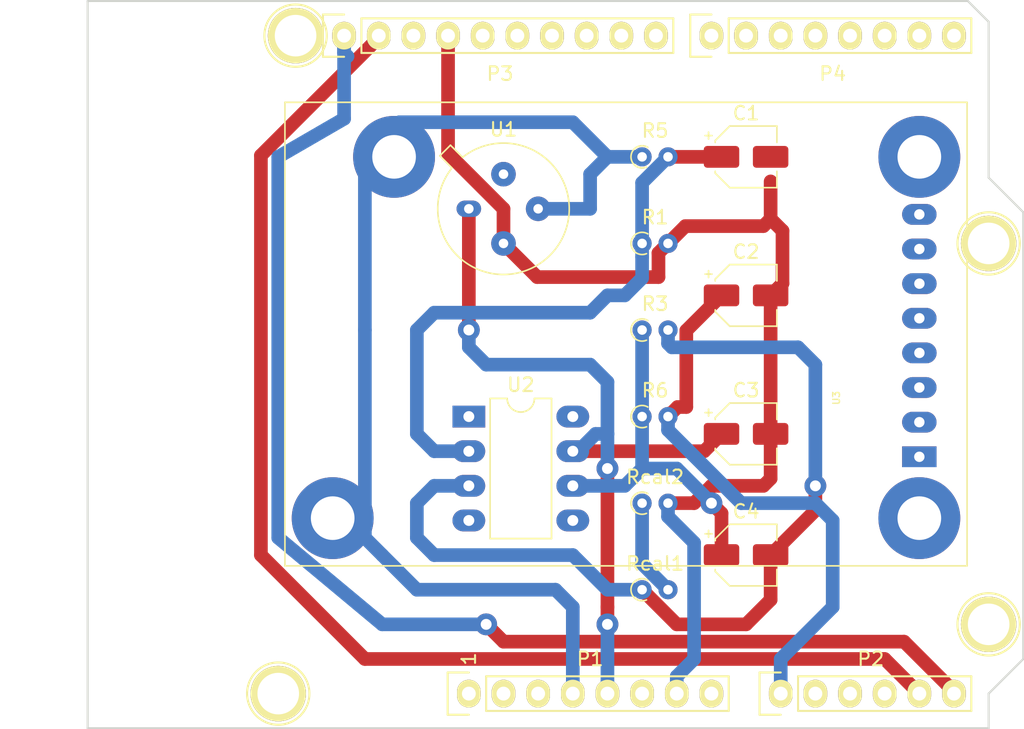
<source format=kicad_pcb>
(kicad_pcb (version 20171130) (host pcbnew 5.1.4-e60b266~84~ubuntu18.04.1)

  (general
    (thickness 1.6)
    (drawings 27)
    (tracks 129)
    (zones 0)
    (modules 21)
    (nets 45)
  )

  (page A4)
  (title_block
    (date "lun. 30 mars 2015")
  )

  (layers
    (0 F.Cu signal)
    (31 B.Cu signal)
    (32 B.Adhes user)
    (33 F.Adhes user)
    (34 B.Paste user)
    (35 F.Paste user)
    (36 B.SilkS user)
    (37 F.SilkS user)
    (38 B.Mask user)
    (39 F.Mask user)
    (40 Dwgs.User user)
    (41 Cmts.User user)
    (42 Eco1.User user)
    (43 Eco2.User user)
    (44 Edge.Cuts user)
    (45 Margin user)
    (46 B.CrtYd user)
    (47 F.CrtYd user)
    (48 B.Fab user)
    (49 F.Fab user)
  )

  (setup
    (last_trace_width 0.25)
    (trace_clearance 0.2)
    (zone_clearance 0.508)
    (zone_45_only no)
    (trace_min 0.2)
    (via_size 0.6)
    (via_drill 0.4)
    (via_min_size 0.4)
    (via_min_drill 0.3)
    (uvia_size 0.3)
    (uvia_drill 0.1)
    (uvias_allowed no)
    (uvia_min_size 0.2)
    (uvia_min_drill 0.1)
    (edge_width 0.15)
    (segment_width 0.15)
    (pcb_text_width 0.3)
    (pcb_text_size 1.5 1.5)
    (mod_edge_width 0.15)
    (mod_text_size 1 1)
    (mod_text_width 0.15)
    (pad_size 4.064 4.064)
    (pad_drill 3.048)
    (pad_to_mask_clearance 0)
    (aux_axis_origin 110.998 126.365)
    (grid_origin 110.998 126.365)
    (visible_elements FFFFF77F)
    (pcbplotparams
      (layerselection 0x00030_80000001)
      (usegerberextensions false)
      (usegerberattributes false)
      (usegerberadvancedattributes false)
      (creategerberjobfile false)
      (excludeedgelayer true)
      (linewidth 0.100000)
      (plotframeref false)
      (viasonmask false)
      (mode 1)
      (useauxorigin false)
      (hpglpennumber 1)
      (hpglpenspeed 20)
      (hpglpendiameter 15.000000)
      (psnegative false)
      (psa4output false)
      (plotreference true)
      (plotvalue true)
      (plotinvisibletext false)
      (padsonsilk false)
      (subtractmaskfromsilk false)
      (outputformat 1)
      (mirror false)
      (drillshape 1)
      (scaleselection 1)
      (outputdirectory ""))
  )

  (net 0 "")
  (net 1 /IOREF)
  (net 2 /Reset)
  (net 3 +5V)
  (net 4 /Vin)
  (net 5 /A0)
  (net 6 /A1)
  (net 7 /A2)
  (net 8 /A3)
  (net 9 /AREF)
  (net 10 "/A4(SDA)")
  (net 11 "/A5(SCL)")
  (net 12 "/9(**)")
  (net 13 /8)
  (net 14 /7)
  (net 15 "/6(**)")
  (net 16 "/5(**)")
  (net 17 /4)
  (net 18 "/3(**)")
  (net 19 /2)
  (net 20 "/1(Tx)")
  (net 21 "/0(Rx)")
  (net 22 "Net-(P5-Pad1)")
  (net 23 "Net-(P6-Pad1)")
  (net 24 "Net-(P7-Pad1)")
  (net 25 "Net-(P8-Pad1)")
  (net 26 "/13(SCK)")
  (net 27 "/10(**/SS)")
  (net 28 "Net-(P1-Pad1)")
  (net 29 +3V3)
  (net 30 "/12(MISO)")
  (net 31 "/11(**/MOSI)")
  (net 32 Earth)
  (net 33 "Net-(C1-Pad1)")
  (net 34 "Net-(C4-Pad1)")
  (net 35 "Net-(C4-Pad2)")
  (net 36 "Net-(Rcal1-Pad2)")
  (net 37 "Net-(U1-Pad4)")
  (net 38 "Net-(U2-Pad1)")
  (net 39 "Net-(U2-Pad5)")
  (net 40 "Net-(U2-Pad4)")
  (net 41 "Net-(U2-Pad8)")
  (net 42 "Net-(U3-Pad3)")
  (net 43 "Net-(U3-Pad4)")
  (net 44 "Net-(U3-Pad7)")

  (net_class Default "This is the default net class."
    (clearance 0.2)
    (trace_width 0.25)
    (via_dia 0.6)
    (via_drill 0.4)
    (uvia_dia 0.3)
    (uvia_drill 0.1)
    (add_net +3V3)
    (add_net +5V)
    (add_net "/0(Rx)")
    (add_net "/1(Tx)")
    (add_net "/10(**/SS)")
    (add_net "/11(**/MOSI)")
    (add_net "/12(MISO)")
    (add_net "/13(SCK)")
    (add_net /2)
    (add_net "/3(**)")
    (add_net /4)
    (add_net "/5(**)")
    (add_net "/6(**)")
    (add_net /7)
    (add_net /8)
    (add_net "/9(**)")
    (add_net /A0)
    (add_net /A1)
    (add_net /A2)
    (add_net /A3)
    (add_net "/A4(SDA)")
    (add_net "/A5(SCL)")
    (add_net /AREF)
    (add_net /IOREF)
    (add_net /Reset)
    (add_net /Vin)
    (add_net Earth)
    (add_net "Net-(C1-Pad1)")
    (add_net "Net-(C4-Pad1)")
    (add_net "Net-(C4-Pad2)")
    (add_net "Net-(P1-Pad1)")
    (add_net "Net-(P5-Pad1)")
    (add_net "Net-(P6-Pad1)")
    (add_net "Net-(P7-Pad1)")
    (add_net "Net-(P8-Pad1)")
    (add_net "Net-(Rcal1-Pad2)")
    (add_net "Net-(U1-Pad4)")
    (add_net "Net-(U2-Pad1)")
    (add_net "Net-(U2-Pad4)")
    (add_net "Net-(U2-Pad5)")
    (add_net "Net-(U2-Pad8)")
    (add_net "Net-(U3-Pad3)")
    (add_net "Net-(U3-Pad4)")
    (add_net "Net-(U3-Pad7)")
  )

  (module Socket_Arduino_Uno:Socket_Strip_Arduino_1x08 locked (layer F.Cu) (tedit 552168D2) (tstamp 551AF9EA)
    (at 138.938 123.825)
    (descr "Through hole socket strip")
    (tags "socket strip")
    (path /56D70129)
    (fp_text reference P1 (at 8.89 -2.54) (layer F.SilkS)
      (effects (font (size 1 1) (thickness 0.15)))
    )
    (fp_text value Power (at 8.89 -4.064) (layer F.Fab)
      (effects (font (size 1 1) (thickness 0.15)))
    )
    (fp_line (start -1.75 -1.75) (end -1.75 1.75) (layer F.CrtYd) (width 0.05))
    (fp_line (start 19.55 -1.75) (end 19.55 1.75) (layer F.CrtYd) (width 0.05))
    (fp_line (start -1.75 -1.75) (end 19.55 -1.75) (layer F.CrtYd) (width 0.05))
    (fp_line (start -1.75 1.75) (end 19.55 1.75) (layer F.CrtYd) (width 0.05))
    (fp_line (start 1.27 1.27) (end 19.05 1.27) (layer F.SilkS) (width 0.15))
    (fp_line (start 19.05 1.27) (end 19.05 -1.27) (layer F.SilkS) (width 0.15))
    (fp_line (start 19.05 -1.27) (end 1.27 -1.27) (layer F.SilkS) (width 0.15))
    (fp_line (start -1.55 1.55) (end 0 1.55) (layer F.SilkS) (width 0.15))
    (fp_line (start 1.27 1.27) (end 1.27 -1.27) (layer F.SilkS) (width 0.15))
    (fp_line (start 0 -1.55) (end -1.55 -1.55) (layer F.SilkS) (width 0.15))
    (fp_line (start -1.55 -1.55) (end -1.55 1.55) (layer F.SilkS) (width 0.15))
    (pad 1 thru_hole oval (at 0 0) (size 1.7272 2.032) (drill 1.016) (layers *.Cu *.Mask F.SilkS)
      (net 28 "Net-(P1-Pad1)"))
    (pad 2 thru_hole oval (at 2.54 0) (size 1.7272 2.032) (drill 1.016) (layers *.Cu *.Mask F.SilkS)
      (net 1 /IOREF))
    (pad 3 thru_hole oval (at 5.08 0) (size 1.7272 2.032) (drill 1.016) (layers *.Cu *.Mask F.SilkS)
      (net 2 /Reset))
    (pad 4 thru_hole oval (at 7.62 0) (size 1.7272 2.032) (drill 1.016) (layers *.Cu *.Mask F.SilkS)
      (net 29 +3V3))
    (pad 5 thru_hole oval (at 10.16 0) (size 1.7272 2.032) (drill 1.016) (layers *.Cu *.Mask F.SilkS)
      (net 3 +5V))
    (pad 6 thru_hole oval (at 12.7 0) (size 1.7272 2.032) (drill 1.016) (layers *.Cu *.Mask F.SilkS)
      (net 32 Earth))
    (pad 7 thru_hole oval (at 15.24 0) (size 1.7272 2.032) (drill 1.016) (layers *.Cu *.Mask F.SilkS)
      (net 32 Earth))
    (pad 8 thru_hole oval (at 17.78 0) (size 1.7272 2.032) (drill 1.016) (layers *.Cu *.Mask F.SilkS)
      (net 4 /Vin))
    (model ${KIPRJMOD}/Socket_Arduino_Uno.3dshapes/Socket_header_Arduino_1x08.wrl
      (offset (xyz 8.889999866485596 0 0))
      (scale (xyz 1 1 1))
      (rotate (xyz 0 0 180))
    )
  )

  (module Socket_Arduino_Uno:Socket_Strip_Arduino_1x06 locked (layer F.Cu) (tedit 552168D6) (tstamp 551AF9FF)
    (at 161.798 123.825)
    (descr "Through hole socket strip")
    (tags "socket strip")
    (path /56D70DD8)
    (fp_text reference P2 (at 6.604 -2.54) (layer F.SilkS)
      (effects (font (size 1 1) (thickness 0.15)))
    )
    (fp_text value Analog (at 6.604 -4.064) (layer F.Fab)
      (effects (font (size 1 1) (thickness 0.15)))
    )
    (fp_line (start -1.75 -1.75) (end -1.75 1.75) (layer F.CrtYd) (width 0.05))
    (fp_line (start 14.45 -1.75) (end 14.45 1.75) (layer F.CrtYd) (width 0.05))
    (fp_line (start -1.75 -1.75) (end 14.45 -1.75) (layer F.CrtYd) (width 0.05))
    (fp_line (start -1.75 1.75) (end 14.45 1.75) (layer F.CrtYd) (width 0.05))
    (fp_line (start 1.27 1.27) (end 13.97 1.27) (layer F.SilkS) (width 0.15))
    (fp_line (start 13.97 1.27) (end 13.97 -1.27) (layer F.SilkS) (width 0.15))
    (fp_line (start 13.97 -1.27) (end 1.27 -1.27) (layer F.SilkS) (width 0.15))
    (fp_line (start -1.55 1.55) (end 0 1.55) (layer F.SilkS) (width 0.15))
    (fp_line (start 1.27 1.27) (end 1.27 -1.27) (layer F.SilkS) (width 0.15))
    (fp_line (start 0 -1.55) (end -1.55 -1.55) (layer F.SilkS) (width 0.15))
    (fp_line (start -1.55 -1.55) (end -1.55 1.55) (layer F.SilkS) (width 0.15))
    (pad 1 thru_hole oval (at 0 0) (size 1.7272 2.032) (drill 1.016) (layers *.Cu *.Mask F.SilkS)
      (net 5 /A0))
    (pad 2 thru_hole oval (at 2.54 0) (size 1.7272 2.032) (drill 1.016) (layers *.Cu *.Mask F.SilkS)
      (net 6 /A1))
    (pad 3 thru_hole oval (at 5.08 0) (size 1.7272 2.032) (drill 1.016) (layers *.Cu *.Mask F.SilkS)
      (net 7 /A2))
    (pad 4 thru_hole oval (at 7.62 0) (size 1.7272 2.032) (drill 1.016) (layers *.Cu *.Mask F.SilkS)
      (net 8 /A3))
    (pad 5 thru_hole oval (at 10.16 0) (size 1.7272 2.032) (drill 1.016) (layers *.Cu *.Mask F.SilkS)
      (net 10 "/A4(SDA)"))
    (pad 6 thru_hole oval (at 12.7 0) (size 1.7272 2.032) (drill 1.016) (layers *.Cu *.Mask F.SilkS)
      (net 11 "/A5(SCL)"))
    (model ${KIPRJMOD}/Socket_Arduino_Uno.3dshapes/Socket_header_Arduino_1x06.wrl
      (offset (xyz 6.349999904632568 0 0))
      (scale (xyz 1 1 1))
      (rotate (xyz 0 0 180))
    )
  )

  (module Socket_Arduino_Uno:Socket_Strip_Arduino_1x10 locked (layer F.Cu) (tedit 552168BF) (tstamp 551AFA18)
    (at 129.794 75.565)
    (descr "Through hole socket strip")
    (tags "socket strip")
    (path /56D721E0)
    (fp_text reference P3 (at 11.43 2.794) (layer F.SilkS)
      (effects (font (size 1 1) (thickness 0.15)))
    )
    (fp_text value Digital (at 11.43 4.318) (layer F.Fab)
      (effects (font (size 1 1) (thickness 0.15)))
    )
    (fp_line (start -1.75 -1.75) (end -1.75 1.75) (layer F.CrtYd) (width 0.05))
    (fp_line (start 24.65 -1.75) (end 24.65 1.75) (layer F.CrtYd) (width 0.05))
    (fp_line (start -1.75 -1.75) (end 24.65 -1.75) (layer F.CrtYd) (width 0.05))
    (fp_line (start -1.75 1.75) (end 24.65 1.75) (layer F.CrtYd) (width 0.05))
    (fp_line (start 1.27 1.27) (end 24.13 1.27) (layer F.SilkS) (width 0.15))
    (fp_line (start 24.13 1.27) (end 24.13 -1.27) (layer F.SilkS) (width 0.15))
    (fp_line (start 24.13 -1.27) (end 1.27 -1.27) (layer F.SilkS) (width 0.15))
    (fp_line (start -1.55 1.55) (end 0 1.55) (layer F.SilkS) (width 0.15))
    (fp_line (start 1.27 1.27) (end 1.27 -1.27) (layer F.SilkS) (width 0.15))
    (fp_line (start 0 -1.55) (end -1.55 -1.55) (layer F.SilkS) (width 0.15))
    (fp_line (start -1.55 -1.55) (end -1.55 1.55) (layer F.SilkS) (width 0.15))
    (pad 1 thru_hole oval (at 0 0) (size 1.7272 2.032) (drill 1.016) (layers *.Cu *.Mask F.SilkS)
      (net 11 "/A5(SCL)"))
    (pad 2 thru_hole oval (at 2.54 0) (size 1.7272 2.032) (drill 1.016) (layers *.Cu *.Mask F.SilkS)
      (net 10 "/A4(SDA)"))
    (pad 3 thru_hole oval (at 5.08 0) (size 1.7272 2.032) (drill 1.016) (layers *.Cu *.Mask F.SilkS)
      (net 9 /AREF))
    (pad 4 thru_hole oval (at 7.62 0) (size 1.7272 2.032) (drill 1.016) (layers *.Cu *.Mask F.SilkS)
      (net 32 Earth))
    (pad 5 thru_hole oval (at 10.16 0) (size 1.7272 2.032) (drill 1.016) (layers *.Cu *.Mask F.SilkS)
      (net 26 "/13(SCK)"))
    (pad 6 thru_hole oval (at 12.7 0) (size 1.7272 2.032) (drill 1.016) (layers *.Cu *.Mask F.SilkS)
      (net 30 "/12(MISO)"))
    (pad 7 thru_hole oval (at 15.24 0) (size 1.7272 2.032) (drill 1.016) (layers *.Cu *.Mask F.SilkS)
      (net 31 "/11(**/MOSI)"))
    (pad 8 thru_hole oval (at 17.78 0) (size 1.7272 2.032) (drill 1.016) (layers *.Cu *.Mask F.SilkS)
      (net 27 "/10(**/SS)"))
    (pad 9 thru_hole oval (at 20.32 0) (size 1.7272 2.032) (drill 1.016) (layers *.Cu *.Mask F.SilkS)
      (net 12 "/9(**)"))
    (pad 10 thru_hole oval (at 22.86 0) (size 1.7272 2.032) (drill 1.016) (layers *.Cu *.Mask F.SilkS)
      (net 13 /8))
    (model ${KIPRJMOD}/Socket_Arduino_Uno.3dshapes/Socket_header_Arduino_1x10.wrl
      (offset (xyz 11.42999982833862 0 0))
      (scale (xyz 1 1 1))
      (rotate (xyz 0 0 180))
    )
  )

  (module Socket_Arduino_Uno:Socket_Strip_Arduino_1x08 locked (layer F.Cu) (tedit 552168C7) (tstamp 551AFA2F)
    (at 156.718 75.565)
    (descr "Through hole socket strip")
    (tags "socket strip")
    (path /56D7164F)
    (fp_text reference P4 (at 8.89 2.794) (layer F.SilkS)
      (effects (font (size 1 1) (thickness 0.15)))
    )
    (fp_text value Digital (at 8.89 4.318) (layer F.Fab)
      (effects (font (size 1 1) (thickness 0.15)))
    )
    (fp_line (start -1.75 -1.75) (end -1.75 1.75) (layer F.CrtYd) (width 0.05))
    (fp_line (start 19.55 -1.75) (end 19.55 1.75) (layer F.CrtYd) (width 0.05))
    (fp_line (start -1.75 -1.75) (end 19.55 -1.75) (layer F.CrtYd) (width 0.05))
    (fp_line (start -1.75 1.75) (end 19.55 1.75) (layer F.CrtYd) (width 0.05))
    (fp_line (start 1.27 1.27) (end 19.05 1.27) (layer F.SilkS) (width 0.15))
    (fp_line (start 19.05 1.27) (end 19.05 -1.27) (layer F.SilkS) (width 0.15))
    (fp_line (start 19.05 -1.27) (end 1.27 -1.27) (layer F.SilkS) (width 0.15))
    (fp_line (start -1.55 1.55) (end 0 1.55) (layer F.SilkS) (width 0.15))
    (fp_line (start 1.27 1.27) (end 1.27 -1.27) (layer F.SilkS) (width 0.15))
    (fp_line (start 0 -1.55) (end -1.55 -1.55) (layer F.SilkS) (width 0.15))
    (fp_line (start -1.55 -1.55) (end -1.55 1.55) (layer F.SilkS) (width 0.15))
    (pad 1 thru_hole oval (at 0 0) (size 1.7272 2.032) (drill 1.016) (layers *.Cu *.Mask F.SilkS)
      (net 14 /7))
    (pad 2 thru_hole oval (at 2.54 0) (size 1.7272 2.032) (drill 1.016) (layers *.Cu *.Mask F.SilkS)
      (net 15 "/6(**)"))
    (pad 3 thru_hole oval (at 5.08 0) (size 1.7272 2.032) (drill 1.016) (layers *.Cu *.Mask F.SilkS)
      (net 16 "/5(**)"))
    (pad 4 thru_hole oval (at 7.62 0) (size 1.7272 2.032) (drill 1.016) (layers *.Cu *.Mask F.SilkS)
      (net 17 /4))
    (pad 5 thru_hole oval (at 10.16 0) (size 1.7272 2.032) (drill 1.016) (layers *.Cu *.Mask F.SilkS)
      (net 18 "/3(**)"))
    (pad 6 thru_hole oval (at 12.7 0) (size 1.7272 2.032) (drill 1.016) (layers *.Cu *.Mask F.SilkS)
      (net 19 /2))
    (pad 7 thru_hole oval (at 15.24 0) (size 1.7272 2.032) (drill 1.016) (layers *.Cu *.Mask F.SilkS)
      (net 20 "/1(Tx)"))
    (pad 8 thru_hole oval (at 17.78 0) (size 1.7272 2.032) (drill 1.016) (layers *.Cu *.Mask F.SilkS)
      (net 21 "/0(Rx)"))
    (model ${KIPRJMOD}/Socket_Arduino_Uno.3dshapes/Socket_header_Arduino_1x08.wrl
      (offset (xyz 8.889999866485596 0 0))
      (scale (xyz 1 1 1))
      (rotate (xyz 0 0 180))
    )
  )

  (module Socket_Arduino_Uno:Arduino_1pin locked (layer F.Cu) (tedit 5524FC39) (tstamp 5524FC3F)
    (at 124.968 123.825)
    (descr "module 1 pin (ou trou mecanique de percage)")
    (tags DEV)
    (path /56D71177)
    (fp_text reference P5 (at 0 -3.048) (layer F.SilkS) hide
      (effects (font (size 1 1) (thickness 0.15)))
    )
    (fp_text value CONN_01X01 (at 0 2.794) (layer F.Fab) hide
      (effects (font (size 1 1) (thickness 0.15)))
    )
    (fp_circle (center 0 0) (end 0 -2.286) (layer F.SilkS) (width 0.15))
    (pad 1 thru_hole circle (at 0 0) (size 4.064 4.064) (drill 3.048) (layers *.Cu *.Mask F.SilkS)
      (net 22 "Net-(P5-Pad1)"))
  )

  (module Socket_Arduino_Uno:Arduino_1pin locked (layer F.Cu) (tedit 5524FC4A) (tstamp 5524FC44)
    (at 177.038 118.745)
    (descr "module 1 pin (ou trou mecanique de percage)")
    (tags DEV)
    (path /56D71274)
    (fp_text reference P6 (at 0 -3.048) (layer F.SilkS) hide
      (effects (font (size 1 1) (thickness 0.15)))
    )
    (fp_text value CONN_01X01 (at 0 2.794) (layer F.Fab) hide
      (effects (font (size 1 1) (thickness 0.15)))
    )
    (fp_circle (center 0 0) (end 0 -2.286) (layer F.SilkS) (width 0.15))
    (pad 1 thru_hole circle (at 0 0) (size 4.064 4.064) (drill 3.048) (layers *.Cu *.Mask F.SilkS)
      (net 23 "Net-(P6-Pad1)"))
  )

  (module Socket_Arduino_Uno:Arduino_1pin locked (layer F.Cu) (tedit 5524FC2F) (tstamp 5524FC49)
    (at 126.238 75.565)
    (descr "module 1 pin (ou trou mecanique de percage)")
    (tags DEV)
    (path /56D712A8)
    (fp_text reference P7 (at 0 -3.048) (layer F.SilkS) hide
      (effects (font (size 1 1) (thickness 0.15)))
    )
    (fp_text value CONN_01X01 (at 0 2.794) (layer F.Fab) hide
      (effects (font (size 1 1) (thickness 0.15)))
    )
    (fp_circle (center 0 0) (end 0 -2.286) (layer F.SilkS) (width 0.15))
    (pad 1 thru_hole circle (at 0 0) (size 4.064 4.064) (drill 3.048) (layers *.Cu *.Mask F.SilkS)
      (net 24 "Net-(P7-Pad1)"))
  )

  (module Socket_Arduino_Uno:Arduino_1pin locked (layer F.Cu) (tedit 5524FC41) (tstamp 5524FC4E)
    (at 177.038 90.805)
    (descr "module 1 pin (ou trou mecanique de percage)")
    (tags DEV)
    (path /56D712DB)
    (fp_text reference P8 (at 0 -3.048) (layer F.SilkS) hide
      (effects (font (size 1 1) (thickness 0.15)))
    )
    (fp_text value CONN_01X01 (at 0 2.794) (layer F.Fab) hide
      (effects (font (size 1 1) (thickness 0.15)))
    )
    (fp_circle (center 0 0) (end 0 -2.286) (layer F.SilkS) (width 0.15))
    (pad 1 thru_hole circle (at 0 0) (size 4.064 4.064) (drill 3.048) (layers *.Cu *.Mask F.SilkS)
      (net 25 "Net-(P8-Pad1)"))
  )

  (module Capacitor_SMD:CP_Elec_4x3 (layer F.Cu) (tedit 5BCA39CF) (tstamp 5DD80D7F)
    (at 159.258 84.455)
    (descr "SMD capacitor, aluminum electrolytic, Nichicon, 4.0x3mm")
    (tags "capacitor electrolytic")
    (path /5DD5E7DC)
    (attr smd)
    (fp_text reference C1 (at 0 -3.2) (layer F.SilkS)
      (effects (font (size 1 1) (thickness 0.15)))
    )
    (fp_text value 100n (at 0 3.2) (layer F.Fab)
      (effects (font (size 1 1) (thickness 0.15)))
    )
    (fp_text user %R (at 0 0) (layer F.Fab)
      (effects (font (size 0.8 0.8) (thickness 0.12)))
    )
    (fp_line (start -3.35 1.05) (end -2.4 1.05) (layer F.CrtYd) (width 0.05))
    (fp_line (start -3.35 -1.05) (end -3.35 1.05) (layer F.CrtYd) (width 0.05))
    (fp_line (start -2.4 -1.05) (end -3.35 -1.05) (layer F.CrtYd) (width 0.05))
    (fp_line (start -2.4 1.05) (end -2.4 1.25) (layer F.CrtYd) (width 0.05))
    (fp_line (start -2.4 -1.25) (end -2.4 -1.05) (layer F.CrtYd) (width 0.05))
    (fp_line (start -2.4 -1.25) (end -1.25 -2.4) (layer F.CrtYd) (width 0.05))
    (fp_line (start -2.4 1.25) (end -1.25 2.4) (layer F.CrtYd) (width 0.05))
    (fp_line (start -1.25 -2.4) (end 2.4 -2.4) (layer F.CrtYd) (width 0.05))
    (fp_line (start -1.25 2.4) (end 2.4 2.4) (layer F.CrtYd) (width 0.05))
    (fp_line (start 2.4 1.05) (end 2.4 2.4) (layer F.CrtYd) (width 0.05))
    (fp_line (start 3.35 1.05) (end 2.4 1.05) (layer F.CrtYd) (width 0.05))
    (fp_line (start 3.35 -1.05) (end 3.35 1.05) (layer F.CrtYd) (width 0.05))
    (fp_line (start 2.4 -1.05) (end 3.35 -1.05) (layer F.CrtYd) (width 0.05))
    (fp_line (start 2.4 -2.4) (end 2.4 -1.05) (layer F.CrtYd) (width 0.05))
    (fp_line (start -2.75 -1.81) (end -2.75 -1.31) (layer F.SilkS) (width 0.12))
    (fp_line (start -3 -1.56) (end -2.5 -1.56) (layer F.SilkS) (width 0.12))
    (fp_line (start -2.26 1.195563) (end -1.195563 2.26) (layer F.SilkS) (width 0.12))
    (fp_line (start -2.26 -1.195563) (end -1.195563 -2.26) (layer F.SilkS) (width 0.12))
    (fp_line (start -2.26 -1.195563) (end -2.26 -1.06) (layer F.SilkS) (width 0.12))
    (fp_line (start -2.26 1.195563) (end -2.26 1.06) (layer F.SilkS) (width 0.12))
    (fp_line (start -1.195563 2.26) (end 2.26 2.26) (layer F.SilkS) (width 0.12))
    (fp_line (start -1.195563 -2.26) (end 2.26 -2.26) (layer F.SilkS) (width 0.12))
    (fp_line (start 2.26 -2.26) (end 2.26 -1.06) (layer F.SilkS) (width 0.12))
    (fp_line (start 2.26 2.26) (end 2.26 1.06) (layer F.SilkS) (width 0.12))
    (fp_line (start -1.374773 -1.2) (end -1.374773 -0.8) (layer F.Fab) (width 0.1))
    (fp_line (start -1.574773 -1) (end -1.174773 -1) (layer F.Fab) (width 0.1))
    (fp_line (start -2.15 1.15) (end -1.15 2.15) (layer F.Fab) (width 0.1))
    (fp_line (start -2.15 -1.15) (end -1.15 -2.15) (layer F.Fab) (width 0.1))
    (fp_line (start -2.15 -1.15) (end -2.15 1.15) (layer F.Fab) (width 0.1))
    (fp_line (start -1.15 2.15) (end 2.15 2.15) (layer F.Fab) (width 0.1))
    (fp_line (start -1.15 -2.15) (end 2.15 -2.15) (layer F.Fab) (width 0.1))
    (fp_line (start 2.15 -2.15) (end 2.15 2.15) (layer F.Fab) (width 0.1))
    (fp_circle (center 0 0) (end 2 0) (layer F.Fab) (width 0.1))
    (pad 2 smd roundrect (at 1.8 0) (size 2.6 1.6) (layers F.Cu F.Paste F.Mask) (roundrect_rratio 0.15625)
      (net 32 Earth))
    (pad 1 smd roundrect (at -1.8 0) (size 2.6 1.6) (layers F.Cu F.Paste F.Mask) (roundrect_rratio 0.15625)
      (net 33 "Net-(C1-Pad1)"))
    (model ${KISYS3DMOD}/Capacitor_SMD.3dshapes/CP_Elec_4x3.wrl
      (at (xyz 0 0 0))
      (scale (xyz 1 1 1))
      (rotate (xyz 0 0 0))
    )
  )

  (module Capacitor_SMD:CP_Elec_4x3 (layer F.Cu) (tedit 5BCA39CF) (tstamp 5DD80DA7)
    (at 159.258 94.615)
    (descr "SMD capacitor, aluminum electrolytic, Nichicon, 4.0x3mm")
    (tags "capacitor electrolytic")
    (path /5DDDBC52)
    (attr smd)
    (fp_text reference C2 (at 0 -3.2) (layer F.SilkS)
      (effects (font (size 1 1) (thickness 0.15)))
    )
    (fp_text value 100n (at 0 3.2) (layer F.Fab)
      (effects (font (size 1 1) (thickness 0.15)))
    )
    (fp_circle (center 0 0) (end 2 0) (layer F.Fab) (width 0.1))
    (fp_line (start 2.15 -2.15) (end 2.15 2.15) (layer F.Fab) (width 0.1))
    (fp_line (start -1.15 -2.15) (end 2.15 -2.15) (layer F.Fab) (width 0.1))
    (fp_line (start -1.15 2.15) (end 2.15 2.15) (layer F.Fab) (width 0.1))
    (fp_line (start -2.15 -1.15) (end -2.15 1.15) (layer F.Fab) (width 0.1))
    (fp_line (start -2.15 -1.15) (end -1.15 -2.15) (layer F.Fab) (width 0.1))
    (fp_line (start -2.15 1.15) (end -1.15 2.15) (layer F.Fab) (width 0.1))
    (fp_line (start -1.574773 -1) (end -1.174773 -1) (layer F.Fab) (width 0.1))
    (fp_line (start -1.374773 -1.2) (end -1.374773 -0.8) (layer F.Fab) (width 0.1))
    (fp_line (start 2.26 2.26) (end 2.26 1.06) (layer F.SilkS) (width 0.12))
    (fp_line (start 2.26 -2.26) (end 2.26 -1.06) (layer F.SilkS) (width 0.12))
    (fp_line (start -1.195563 -2.26) (end 2.26 -2.26) (layer F.SilkS) (width 0.12))
    (fp_line (start -1.195563 2.26) (end 2.26 2.26) (layer F.SilkS) (width 0.12))
    (fp_line (start -2.26 1.195563) (end -2.26 1.06) (layer F.SilkS) (width 0.12))
    (fp_line (start -2.26 -1.195563) (end -2.26 -1.06) (layer F.SilkS) (width 0.12))
    (fp_line (start -2.26 -1.195563) (end -1.195563 -2.26) (layer F.SilkS) (width 0.12))
    (fp_line (start -2.26 1.195563) (end -1.195563 2.26) (layer F.SilkS) (width 0.12))
    (fp_line (start -3 -1.56) (end -2.5 -1.56) (layer F.SilkS) (width 0.12))
    (fp_line (start -2.75 -1.81) (end -2.75 -1.31) (layer F.SilkS) (width 0.12))
    (fp_line (start 2.4 -2.4) (end 2.4 -1.05) (layer F.CrtYd) (width 0.05))
    (fp_line (start 2.4 -1.05) (end 3.35 -1.05) (layer F.CrtYd) (width 0.05))
    (fp_line (start 3.35 -1.05) (end 3.35 1.05) (layer F.CrtYd) (width 0.05))
    (fp_line (start 3.35 1.05) (end 2.4 1.05) (layer F.CrtYd) (width 0.05))
    (fp_line (start 2.4 1.05) (end 2.4 2.4) (layer F.CrtYd) (width 0.05))
    (fp_line (start -1.25 2.4) (end 2.4 2.4) (layer F.CrtYd) (width 0.05))
    (fp_line (start -1.25 -2.4) (end 2.4 -2.4) (layer F.CrtYd) (width 0.05))
    (fp_line (start -2.4 1.25) (end -1.25 2.4) (layer F.CrtYd) (width 0.05))
    (fp_line (start -2.4 -1.25) (end -1.25 -2.4) (layer F.CrtYd) (width 0.05))
    (fp_line (start -2.4 -1.25) (end -2.4 -1.05) (layer F.CrtYd) (width 0.05))
    (fp_line (start -2.4 1.05) (end -2.4 1.25) (layer F.CrtYd) (width 0.05))
    (fp_line (start -2.4 -1.05) (end -3.35 -1.05) (layer F.CrtYd) (width 0.05))
    (fp_line (start -3.35 -1.05) (end -3.35 1.05) (layer F.CrtYd) (width 0.05))
    (fp_line (start -3.35 1.05) (end -2.4 1.05) (layer F.CrtYd) (width 0.05))
    (fp_text user %R (at 0 0) (layer F.Fab)
      (effects (font (size 0.8 0.8) (thickness 0.12)))
    )
    (pad 1 smd roundrect (at -1.8 0) (size 2.6 1.6) (layers F.Cu F.Paste F.Mask) (roundrect_rratio 0.15625)
      (net 5 /A0))
    (pad 2 smd roundrect (at 1.8 0) (size 2.6 1.6) (layers F.Cu F.Paste F.Mask) (roundrect_rratio 0.15625)
      (net 32 Earth))
    (model ${KISYS3DMOD}/Capacitor_SMD.3dshapes/CP_Elec_4x3.wrl
      (at (xyz 0 0 0))
      (scale (xyz 1 1 1))
      (rotate (xyz 0 0 0))
    )
  )

  (module Capacitor_SMD:CP_Elec_4x3 (layer F.Cu) (tedit 5BCA39CF) (tstamp 5DD80DCF)
    (at 159.258 104.775)
    (descr "SMD capacitor, aluminum electrolytic, Nichicon, 4.0x3mm")
    (tags "capacitor electrolytic")
    (path /5DDE3589)
    (attr smd)
    (fp_text reference C3 (at 0 -3.2) (layer F.SilkS)
      (effects (font (size 1 1) (thickness 0.15)))
    )
    (fp_text value 100n (at 0 3.2) (layer F.Fab)
      (effects (font (size 1 1) (thickness 0.15)))
    )
    (fp_text user %R (at 0 0) (layer F.Fab)
      (effects (font (size 0.8 0.8) (thickness 0.12)))
    )
    (fp_line (start -3.35 1.05) (end -2.4 1.05) (layer F.CrtYd) (width 0.05))
    (fp_line (start -3.35 -1.05) (end -3.35 1.05) (layer F.CrtYd) (width 0.05))
    (fp_line (start -2.4 -1.05) (end -3.35 -1.05) (layer F.CrtYd) (width 0.05))
    (fp_line (start -2.4 1.05) (end -2.4 1.25) (layer F.CrtYd) (width 0.05))
    (fp_line (start -2.4 -1.25) (end -2.4 -1.05) (layer F.CrtYd) (width 0.05))
    (fp_line (start -2.4 -1.25) (end -1.25 -2.4) (layer F.CrtYd) (width 0.05))
    (fp_line (start -2.4 1.25) (end -1.25 2.4) (layer F.CrtYd) (width 0.05))
    (fp_line (start -1.25 -2.4) (end 2.4 -2.4) (layer F.CrtYd) (width 0.05))
    (fp_line (start -1.25 2.4) (end 2.4 2.4) (layer F.CrtYd) (width 0.05))
    (fp_line (start 2.4 1.05) (end 2.4 2.4) (layer F.CrtYd) (width 0.05))
    (fp_line (start 3.35 1.05) (end 2.4 1.05) (layer F.CrtYd) (width 0.05))
    (fp_line (start 3.35 -1.05) (end 3.35 1.05) (layer F.CrtYd) (width 0.05))
    (fp_line (start 2.4 -1.05) (end 3.35 -1.05) (layer F.CrtYd) (width 0.05))
    (fp_line (start 2.4 -2.4) (end 2.4 -1.05) (layer F.CrtYd) (width 0.05))
    (fp_line (start -2.75 -1.81) (end -2.75 -1.31) (layer F.SilkS) (width 0.12))
    (fp_line (start -3 -1.56) (end -2.5 -1.56) (layer F.SilkS) (width 0.12))
    (fp_line (start -2.26 1.195563) (end -1.195563 2.26) (layer F.SilkS) (width 0.12))
    (fp_line (start -2.26 -1.195563) (end -1.195563 -2.26) (layer F.SilkS) (width 0.12))
    (fp_line (start -2.26 -1.195563) (end -2.26 -1.06) (layer F.SilkS) (width 0.12))
    (fp_line (start -2.26 1.195563) (end -2.26 1.06) (layer F.SilkS) (width 0.12))
    (fp_line (start -1.195563 2.26) (end 2.26 2.26) (layer F.SilkS) (width 0.12))
    (fp_line (start -1.195563 -2.26) (end 2.26 -2.26) (layer F.SilkS) (width 0.12))
    (fp_line (start 2.26 -2.26) (end 2.26 -1.06) (layer F.SilkS) (width 0.12))
    (fp_line (start 2.26 2.26) (end 2.26 1.06) (layer F.SilkS) (width 0.12))
    (fp_line (start -1.374773 -1.2) (end -1.374773 -0.8) (layer F.Fab) (width 0.1))
    (fp_line (start -1.574773 -1) (end -1.174773 -1) (layer F.Fab) (width 0.1))
    (fp_line (start -2.15 1.15) (end -1.15 2.15) (layer F.Fab) (width 0.1))
    (fp_line (start -2.15 -1.15) (end -1.15 -2.15) (layer F.Fab) (width 0.1))
    (fp_line (start -2.15 -1.15) (end -2.15 1.15) (layer F.Fab) (width 0.1))
    (fp_line (start -1.15 2.15) (end 2.15 2.15) (layer F.Fab) (width 0.1))
    (fp_line (start -1.15 -2.15) (end 2.15 -2.15) (layer F.Fab) (width 0.1))
    (fp_line (start 2.15 -2.15) (end 2.15 2.15) (layer F.Fab) (width 0.1))
    (fp_circle (center 0 0) (end 2 0) (layer F.Fab) (width 0.1))
    (pad 2 smd roundrect (at 1.8 0) (size 2.6 1.6) (layers F.Cu F.Paste F.Mask) (roundrect_rratio 0.15625)
      (net 32 Earth))
    (pad 1 smd roundrect (at -1.8 0) (size 2.6 1.6) (layers F.Cu F.Paste F.Mask) (roundrect_rratio 0.15625)
      (net 3 +5V))
    (model ${KISYS3DMOD}/Capacitor_SMD.3dshapes/CP_Elec_4x3.wrl
      (at (xyz 0 0 0))
      (scale (xyz 1 1 1))
      (rotate (xyz 0 0 0))
    )
  )

  (module Capacitor_SMD:CP_Elec_4x3 (layer F.Cu) (tedit 5BCA39CF) (tstamp 5DD80DF7)
    (at 159.258 113.665)
    (descr "SMD capacitor, aluminum electrolytic, Nichicon, 4.0x3mm")
    (tags "capacitor electrolytic")
    (path /5DDB00DD)
    (attr smd)
    (fp_text reference C4 (at 0 -3.2) (layer F.SilkS)
      (effects (font (size 1 1) (thickness 0.15)))
    )
    (fp_text value 1u (at 0 3.2) (layer F.Fab)
      (effects (font (size 1 1) (thickness 0.15)))
    )
    (fp_circle (center 0 0) (end 2 0) (layer F.Fab) (width 0.1))
    (fp_line (start 2.15 -2.15) (end 2.15 2.15) (layer F.Fab) (width 0.1))
    (fp_line (start -1.15 -2.15) (end 2.15 -2.15) (layer F.Fab) (width 0.1))
    (fp_line (start -1.15 2.15) (end 2.15 2.15) (layer F.Fab) (width 0.1))
    (fp_line (start -2.15 -1.15) (end -2.15 1.15) (layer F.Fab) (width 0.1))
    (fp_line (start -2.15 -1.15) (end -1.15 -2.15) (layer F.Fab) (width 0.1))
    (fp_line (start -2.15 1.15) (end -1.15 2.15) (layer F.Fab) (width 0.1))
    (fp_line (start -1.574773 -1) (end -1.174773 -1) (layer F.Fab) (width 0.1))
    (fp_line (start -1.374773 -1.2) (end -1.374773 -0.8) (layer F.Fab) (width 0.1))
    (fp_line (start 2.26 2.26) (end 2.26 1.06) (layer F.SilkS) (width 0.12))
    (fp_line (start 2.26 -2.26) (end 2.26 -1.06) (layer F.SilkS) (width 0.12))
    (fp_line (start -1.195563 -2.26) (end 2.26 -2.26) (layer F.SilkS) (width 0.12))
    (fp_line (start -1.195563 2.26) (end 2.26 2.26) (layer F.SilkS) (width 0.12))
    (fp_line (start -2.26 1.195563) (end -2.26 1.06) (layer F.SilkS) (width 0.12))
    (fp_line (start -2.26 -1.195563) (end -2.26 -1.06) (layer F.SilkS) (width 0.12))
    (fp_line (start -2.26 -1.195563) (end -1.195563 -2.26) (layer F.SilkS) (width 0.12))
    (fp_line (start -2.26 1.195563) (end -1.195563 2.26) (layer F.SilkS) (width 0.12))
    (fp_line (start -3 -1.56) (end -2.5 -1.56) (layer F.SilkS) (width 0.12))
    (fp_line (start -2.75 -1.81) (end -2.75 -1.31) (layer F.SilkS) (width 0.12))
    (fp_line (start 2.4 -2.4) (end 2.4 -1.05) (layer F.CrtYd) (width 0.05))
    (fp_line (start 2.4 -1.05) (end 3.35 -1.05) (layer F.CrtYd) (width 0.05))
    (fp_line (start 3.35 -1.05) (end 3.35 1.05) (layer F.CrtYd) (width 0.05))
    (fp_line (start 3.35 1.05) (end 2.4 1.05) (layer F.CrtYd) (width 0.05))
    (fp_line (start 2.4 1.05) (end 2.4 2.4) (layer F.CrtYd) (width 0.05))
    (fp_line (start -1.25 2.4) (end 2.4 2.4) (layer F.CrtYd) (width 0.05))
    (fp_line (start -1.25 -2.4) (end 2.4 -2.4) (layer F.CrtYd) (width 0.05))
    (fp_line (start -2.4 1.25) (end -1.25 2.4) (layer F.CrtYd) (width 0.05))
    (fp_line (start -2.4 -1.25) (end -1.25 -2.4) (layer F.CrtYd) (width 0.05))
    (fp_line (start -2.4 -1.25) (end -2.4 -1.05) (layer F.CrtYd) (width 0.05))
    (fp_line (start -2.4 1.05) (end -2.4 1.25) (layer F.CrtYd) (width 0.05))
    (fp_line (start -2.4 -1.05) (end -3.35 -1.05) (layer F.CrtYd) (width 0.05))
    (fp_line (start -3.35 -1.05) (end -3.35 1.05) (layer F.CrtYd) (width 0.05))
    (fp_line (start -3.35 1.05) (end -2.4 1.05) (layer F.CrtYd) (width 0.05))
    (fp_text user %R (at 0 0) (layer F.Fab)
      (effects (font (size 0.8 0.8) (thickness 0.12)))
    )
    (pad 1 smd roundrect (at -1.8 0) (size 2.6 1.6) (layers F.Cu F.Paste F.Mask) (roundrect_rratio 0.15625)
      (net 34 "Net-(C4-Pad1)"))
    (pad 2 smd roundrect (at 1.8 0) (size 2.6 1.6) (layers F.Cu F.Paste F.Mask) (roundrect_rratio 0.15625)
      (net 35 "Net-(C4-Pad2)"))
    (model ${KISYS3DMOD}/Capacitor_SMD.3dshapes/CP_Elec_4x3.wrl
      (at (xyz 0 0 0))
      (scale (xyz 1 1 1))
      (rotate (xyz 0 0 0))
    )
  )

  (module Resistor_THT:R_Axial_DIN0204_L3.6mm_D1.6mm_P1.90mm_Vertical (layer F.Cu) (tedit 5AE5139B) (tstamp 5DD80E05)
    (at 151.638 90.805)
    (descr "Resistor, Axial_DIN0204 series, Axial, Vertical, pin pitch=1.9mm, 0.167W, length*diameter=3.6*1.6mm^2, http://cdn-reichelt.de/documents/datenblatt/B400/1_4W%23YAG.pdf")
    (tags "Resistor Axial_DIN0204 series Axial Vertical pin pitch 1.9mm 0.167W length 3.6mm diameter 1.6mm")
    (path /5DD76ACB)
    (fp_text reference R1 (at 0.95 -1.92) (layer F.SilkS)
      (effects (font (size 1 1) (thickness 0.15)))
    )
    (fp_text value 100K (at 0.95 1.92) (layer F.Fab)
      (effects (font (size 1 1) (thickness 0.15)))
    )
    (fp_text user %R (at 0.95 -1.92) (layer F.Fab)
      (effects (font (size 1 1) (thickness 0.15)))
    )
    (fp_line (start 2.86 -1.05) (end -1.05 -1.05) (layer F.CrtYd) (width 0.05))
    (fp_line (start 2.86 1.05) (end 2.86 -1.05) (layer F.CrtYd) (width 0.05))
    (fp_line (start -1.05 1.05) (end 2.86 1.05) (layer F.CrtYd) (width 0.05))
    (fp_line (start -1.05 -1.05) (end -1.05 1.05) (layer F.CrtYd) (width 0.05))
    (fp_line (start 0 0) (end 1.9 0) (layer F.Fab) (width 0.1))
    (fp_circle (center 0 0) (end 0.8 0) (layer F.Fab) (width 0.1))
    (fp_arc (start 0 0) (end 0.417133 -0.7) (angle -233.92106) (layer F.SilkS) (width 0.12))
    (pad 2 thru_hole oval (at 1.9 0) (size 1.4 1.4) (drill 0.7) (layers *.Cu *.Mask)
      (net 32 Earth))
    (pad 1 thru_hole circle (at 0 0) (size 1.4 1.4) (drill 0.7) (layers *.Cu *.Mask)
      (net 33 "Net-(C1-Pad1)"))
    (model ${KISYS3DMOD}/Resistor_THT.3dshapes/R_Axial_DIN0204_L3.6mm_D1.6mm_P1.90mm_Vertical.wrl
      (at (xyz 0 0 0))
      (scale (xyz 1 1 1))
      (rotate (xyz 0 0 0))
    )
  )

  (module Resistor_THT:R_Axial_DIN0204_L3.6mm_D1.6mm_P1.90mm_Vertical (layer F.Cu) (tedit 5AE5139B) (tstamp 5DD80E13)
    (at 151.638 97.155)
    (descr "Resistor, Axial_DIN0204 series, Axial, Vertical, pin pitch=1.9mm, 0.167W, length*diameter=3.6*1.6mm^2, http://cdn-reichelt.de/documents/datenblatt/B400/1_4W%23YAG.pdf")
    (tags "Resistor Axial_DIN0204 series Axial Vertical pin pitch 1.9mm 0.167W length 3.6mm diameter 1.6mm")
    (path /5DDB00D7)
    (fp_text reference R3 (at 0.95 -1.92) (layer F.SilkS)
      (effects (font (size 1 1) (thickness 0.15)))
    )
    (fp_text value 100K (at 0.95 1.92) (layer F.Fab)
      (effects (font (size 1 1) (thickness 0.15)))
    )
    (fp_arc (start 0 0) (end 0.417133 -0.7) (angle -233.92106) (layer F.SilkS) (width 0.12))
    (fp_circle (center 0 0) (end 0.8 0) (layer F.Fab) (width 0.1))
    (fp_line (start 0 0) (end 1.9 0) (layer F.Fab) (width 0.1))
    (fp_line (start -1.05 -1.05) (end -1.05 1.05) (layer F.CrtYd) (width 0.05))
    (fp_line (start -1.05 1.05) (end 2.86 1.05) (layer F.CrtYd) (width 0.05))
    (fp_line (start 2.86 1.05) (end 2.86 -1.05) (layer F.CrtYd) (width 0.05))
    (fp_line (start 2.86 -1.05) (end -1.05 -1.05) (layer F.CrtYd) (width 0.05))
    (fp_text user %R (at 0.95 -1.92) (layer F.Fab)
      (effects (font (size 1 1) (thickness 0.15)))
    )
    (pad 1 thru_hole circle (at 0 0) (size 1.4 1.4) (drill 0.7) (layers *.Cu *.Mask)
      (net 34 "Net-(C4-Pad1)"))
    (pad 2 thru_hole oval (at 1.9 0) (size 1.4 1.4) (drill 0.7) (layers *.Cu *.Mask)
      (net 35 "Net-(C4-Pad2)"))
    (model ${KISYS3DMOD}/Resistor_THT.3dshapes/R_Axial_DIN0204_L3.6mm_D1.6mm_P1.90mm_Vertical.wrl
      (at (xyz 0 0 0))
      (scale (xyz 1 1 1))
      (rotate (xyz 0 0 0))
    )
  )

  (module Resistor_THT:R_Axial_DIN0204_L3.6mm_D1.6mm_P1.90mm_Vertical (layer F.Cu) (tedit 5AE5139B) (tstamp 5DD80E21)
    (at 151.638 84.455)
    (descr "Resistor, Axial_DIN0204 series, Axial, Vertical, pin pitch=1.9mm, 0.167W, length*diameter=3.6*1.6mm^2, http://cdn-reichelt.de/documents/datenblatt/B400/1_4W%23YAG.pdf")
    (tags "Resistor Axial_DIN0204 series Axial Vertical pin pitch 1.9mm 0.167W length 3.6mm diameter 1.6mm")
    (path /5DD4312D)
    (fp_text reference R5 (at 0.95 -1.92) (layer F.SilkS)
      (effects (font (size 1 1) (thickness 0.15)))
    )
    (fp_text value 10K (at 0.95 1.92) (layer F.Fab)
      (effects (font (size 1 1) (thickness 0.15)))
    )
    (fp_arc (start 0 0) (end 0.417133 -0.7) (angle -233.92106) (layer F.SilkS) (width 0.12))
    (fp_circle (center 0 0) (end 0.8 0) (layer F.Fab) (width 0.1))
    (fp_line (start 0 0) (end 1.9 0) (layer F.Fab) (width 0.1))
    (fp_line (start -1.05 -1.05) (end -1.05 1.05) (layer F.CrtYd) (width 0.05))
    (fp_line (start -1.05 1.05) (end 2.86 1.05) (layer F.CrtYd) (width 0.05))
    (fp_line (start 2.86 1.05) (end 2.86 -1.05) (layer F.CrtYd) (width 0.05))
    (fp_line (start 2.86 -1.05) (end -1.05 -1.05) (layer F.CrtYd) (width 0.05))
    (fp_text user %R (at 0.95 -1.92) (layer F.Fab)
      (effects (font (size 1 1) (thickness 0.15)))
    )
    (pad 1 thru_hole circle (at 0 0) (size 1.4 1.4) (drill 0.7) (layers *.Cu *.Mask)
      (net 29 +3V3))
    (pad 2 thru_hole oval (at 1.9 0) (size 1.4 1.4) (drill 0.7) (layers *.Cu *.Mask)
      (net 33 "Net-(C1-Pad1)"))
    (model ${KISYS3DMOD}/Resistor_THT.3dshapes/R_Axial_DIN0204_L3.6mm_D1.6mm_P1.90mm_Vertical.wrl
      (at (xyz 0 0 0))
      (scale (xyz 1 1 1))
      (rotate (xyz 0 0 0))
    )
  )

  (module Resistor_THT:R_Axial_DIN0204_L3.6mm_D1.6mm_P1.90mm_Vertical (layer F.Cu) (tedit 5AE5139B) (tstamp 5DD80E2F)
    (at 151.638 103.505)
    (descr "Resistor, Axial_DIN0204 series, Axial, Vertical, pin pitch=1.9mm, 0.167W, length*diameter=3.6*1.6mm^2, http://cdn-reichelt.de/documents/datenblatt/B400/1_4W%23YAG.pdf")
    (tags "Resistor Axial_DIN0204 series Axial Vertical pin pitch 1.9mm 0.167W length 3.6mm diameter 1.6mm")
    (path /5DDA43C6)
    (fp_text reference R6 (at 0.95 -1.92) (layer F.SilkS)
      (effects (font (size 1 1) (thickness 0.15)))
    )
    (fp_text value 1K (at 0.95 1.92) (layer F.Fab)
      (effects (font (size 1 1) (thickness 0.15)))
    )
    (fp_text user %R (at 0.95 -1.92) (layer F.Fab)
      (effects (font (size 1 1) (thickness 0.15)))
    )
    (fp_line (start 2.86 -1.05) (end -1.05 -1.05) (layer F.CrtYd) (width 0.05))
    (fp_line (start 2.86 1.05) (end 2.86 -1.05) (layer F.CrtYd) (width 0.05))
    (fp_line (start -1.05 1.05) (end 2.86 1.05) (layer F.CrtYd) (width 0.05))
    (fp_line (start -1.05 -1.05) (end -1.05 1.05) (layer F.CrtYd) (width 0.05))
    (fp_line (start 0 0) (end 1.9 0) (layer F.Fab) (width 0.1))
    (fp_circle (center 0 0) (end 0.8 0) (layer F.Fab) (width 0.1))
    (fp_arc (start 0 0) (end 0.417133 -0.7) (angle -233.92106) (layer F.SilkS) (width 0.12))
    (pad 2 thru_hole oval (at 1.9 0) (size 1.4 1.4) (drill 0.7) (layers *.Cu *.Mask)
      (net 5 /A0))
    (pad 1 thru_hole circle (at 0 0) (size 1.4 1.4) (drill 0.7) (layers *.Cu *.Mask)
      (net 34 "Net-(C4-Pad1)"))
    (model ${KISYS3DMOD}/Resistor_THT.3dshapes/R_Axial_DIN0204_L3.6mm_D1.6mm_P1.90mm_Vertical.wrl
      (at (xyz 0 0 0))
      (scale (xyz 1 1 1))
      (rotate (xyz 0 0 0))
    )
  )

  (module Resistor_THT:R_Axial_DIN0204_L3.6mm_D1.6mm_P1.90mm_Vertical (layer F.Cu) (tedit 5AE5139B) (tstamp 5DD80E3D)
    (at 151.638 116.205)
    (descr "Resistor, Axial_DIN0204 series, Axial, Vertical, pin pitch=1.9mm, 0.167W, length*diameter=3.6*1.6mm^2, http://cdn-reichelt.de/documents/datenblatt/B400/1_4W%23YAG.pdf")
    (tags "Resistor Axial_DIN0204 series Axial Vertical pin pitch 1.9mm 0.167W length 3.6mm diameter 1.6mm")
    (path /5DD61A34)
    (fp_text reference Rcal1 (at 0.95 -1.92) (layer F.SilkS)
      (effects (font (size 1 1) (thickness 0.15)))
    )
    (fp_text value 30 (at 0.95 1.92) (layer F.Fab)
      (effects (font (size 1 1) (thickness 0.15)))
    )
    (fp_text user %R (at 0.95 -1.92) (layer F.Fab)
      (effects (font (size 1 1) (thickness 0.15)))
    )
    (fp_line (start 2.86 -1.05) (end -1.05 -1.05) (layer F.CrtYd) (width 0.05))
    (fp_line (start 2.86 1.05) (end 2.86 -1.05) (layer F.CrtYd) (width 0.05))
    (fp_line (start -1.05 1.05) (end 2.86 1.05) (layer F.CrtYd) (width 0.05))
    (fp_line (start -1.05 -1.05) (end -1.05 1.05) (layer F.CrtYd) (width 0.05))
    (fp_line (start 0 0) (end 1.9 0) (layer F.Fab) (width 0.1))
    (fp_circle (center 0 0) (end 0.8 0) (layer F.Fab) (width 0.1))
    (fp_arc (start 0 0) (end 0.417133 -0.7) (angle -233.92106) (layer F.SilkS) (width 0.12))
    (pad 2 thru_hole oval (at 1.9 0) (size 1.4 1.4) (drill 0.7) (layers *.Cu *.Mask)
      (net 36 "Net-(Rcal1-Pad2)"))
    (pad 1 thru_hole circle (at 0 0) (size 1.4 1.4) (drill 0.7) (layers *.Cu *.Mask)
      (net 35 "Net-(C4-Pad2)"))
    (model ${KISYS3DMOD}/Resistor_THT.3dshapes/R_Axial_DIN0204_L3.6mm_D1.6mm_P1.90mm_Vertical.wrl
      (at (xyz 0 0 0))
      (scale (xyz 1 1 1))
      (rotate (xyz 0 0 0))
    )
  )

  (module Resistor_THT:R_Axial_DIN0204_L3.6mm_D1.6mm_P1.90mm_Vertical (layer F.Cu) (tedit 5AE5139B) (tstamp 5DD80E4B)
    (at 151.638 109.855)
    (descr "Resistor, Axial_DIN0204 series, Axial, Vertical, pin pitch=1.9mm, 0.167W, length*diameter=3.6*1.6mm^2, http://cdn-reichelt.de/documents/datenblatt/B400/1_4W%23YAG.pdf")
    (tags "Resistor Axial_DIN0204 series Axial Vertical pin pitch 1.9mm 0.167W length 3.6mm diameter 1.6mm")
    (path /5DD620C2)
    (fp_text reference Rcal2 (at 0.95 -1.92) (layer F.SilkS)
      (effects (font (size 1 1) (thickness 0.15)))
    )
    (fp_text value R (at 0.95 1.92) (layer F.Fab)
      (effects (font (size 1 1) (thickness 0.15)))
    )
    (fp_arc (start 0 0) (end 0.417133 -0.7) (angle -233.92106) (layer F.SilkS) (width 0.12))
    (fp_circle (center 0 0) (end 0.8 0) (layer F.Fab) (width 0.1))
    (fp_line (start 0 0) (end 1.9 0) (layer F.Fab) (width 0.1))
    (fp_line (start -1.05 -1.05) (end -1.05 1.05) (layer F.CrtYd) (width 0.05))
    (fp_line (start -1.05 1.05) (end 2.86 1.05) (layer F.CrtYd) (width 0.05))
    (fp_line (start 2.86 1.05) (end 2.86 -1.05) (layer F.CrtYd) (width 0.05))
    (fp_line (start 2.86 -1.05) (end -1.05 -1.05) (layer F.CrtYd) (width 0.05))
    (fp_text user %R (at 0.95 -1.92) (layer F.Fab)
      (effects (font (size 1 1) (thickness 0.15)))
    )
    (pad 1 thru_hole circle (at 0 0) (size 1.4 1.4) (drill 0.7) (layers *.Cu *.Mask)
      (net 36 "Net-(Rcal1-Pad2)"))
    (pad 2 thru_hole oval (at 1.9 0) (size 1.4 1.4) (drill 0.7) (layers *.Cu *.Mask)
      (net 32 Earth))
    (model ${KISYS3DMOD}/Resistor_THT.3dshapes/R_Axial_DIN0204_L3.6mm_D1.6mm_P1.90mm_Vertical.wrl
      (at (xyz 0 0 0))
      (scale (xyz 1 1 1))
      (rotate (xyz 0 0 0))
    )
  )

  (module Lib_GasSensor:TO-5-4 (layer F.Cu) (tedit 5DD3E420) (tstamp 5DD80E61)
    (at 138.938 88.265)
    (descr TO-5-4)
    (tags TO-5-4)
    (path /5DD5725A)
    (fp_text reference U1 (at 2.54 -5.82) (layer F.SilkS)
      (effects (font (size 1 1) (thickness 0.15)))
    )
    (fp_text value Gas_Sensor (at 2.54 5.82) (layer F.Fab)
      (effects (font (size 1 1) (thickness 0.15)))
    )
    (fp_arc (start 2.54 0) (end -0.457084 -3.774902) (angle 346.9) (layer F.SilkS) (width 0.12))
    (fp_arc (start 2.54 0) (end -0.465408 -3.61352) (angle 349.5) (layer F.Fab) (width 0.1))
    (fp_circle (center 2.54 0) (end 6.79 0) (layer F.Fab) (width 0.1))
    (fp_line (start 7.49 -4.95) (end -2.41 -4.95) (layer F.CrtYd) (width 0.05))
    (fp_line (start 7.49 4.95) (end 7.49 -4.95) (layer F.CrtYd) (width 0.05))
    (fp_line (start -2.41 4.95) (end 7.49 4.95) (layer F.CrtYd) (width 0.05))
    (fp_line (start -2.41 -4.95) (end -2.41 4.95) (layer F.CrtYd) (width 0.05))
    (fp_line (start -2.125856 -3.888039) (end -1.234902 -2.997084) (layer F.SilkS) (width 0.12))
    (fp_line (start -1.348039 -4.665856) (end -2.125856 -3.888039) (layer F.SilkS) (width 0.12))
    (fp_line (start -0.457084 -3.774902) (end -1.348039 -4.665856) (layer F.SilkS) (width 0.12))
    (fp_line (start -1.879621 -3.81151) (end -1.07352 -3.005408) (layer F.Fab) (width 0.1))
    (fp_line (start -1.27151 -4.419621) (end -1.879621 -3.81151) (layer F.Fab) (width 0.1))
    (fp_line (start -0.465408 -3.61352) (end -1.27151 -4.419621) (layer F.Fab) (width 0.1))
    (fp_text user %R (at 2.54 -5.82) (layer F.Fab)
      (effects (font (size 1 1) (thickness 0.15)))
    )
    (pad 4 thru_hole oval (at 2.54 -2.54) (size 1.8 1.8) (drill 0.7) (layers *.Cu *.Mask)
      (net 37 "Net-(U1-Pad4)"))
    (pad 3 thru_hole oval (at 5.08 0) (size 1.8 1.8) (drill 0.7) (layers *.Cu *.Mask)
      (net 29 +3V3))
    (pad 2 thru_hole oval (at 2.54 2.54) (size 1.8 1.8) (drill 0.7) (layers *.Cu *.Mask)
      (net 32 Earth))
    (pad 1 thru_hole oval (at 0 0) (size 1.8 1.2) (drill 0.7) (layers *.Cu *.Mask)
      (net 3 +5V))
    (model ${KISYS3DMOD}/Package_TO_SOT_THT.3dshapes/TO-5-4.wrl
      (at (xyz 0 0 0))
      (scale (xyz 1 1 1))
      (rotate (xyz 0 0 0))
    )
  )

  (module Package_DIP:DIP-8_W7.62mm_LongPads (layer F.Cu) (tedit 5A02E8C5) (tstamp 5DD80E7D)
    (at 138.938 103.505)
    (descr "8-lead though-hole mounted DIP package, row spacing 7.62 mm (300 mils), LongPads")
    (tags "THT DIP DIL PDIP 2.54mm 7.62mm 300mil LongPads")
    (path /5DD4732E)
    (fp_text reference U2 (at 3.81 -2.33) (layer F.SilkS)
      (effects (font (size 1 1) (thickness 0.15)))
    )
    (fp_text value LTC1050 (at 3.81 9.95) (layer F.Fab)
      (effects (font (size 1 1) (thickness 0.15)))
    )
    (fp_arc (start 3.81 -1.33) (end 2.81 -1.33) (angle -180) (layer F.SilkS) (width 0.12))
    (fp_line (start 1.635 -1.27) (end 6.985 -1.27) (layer F.Fab) (width 0.1))
    (fp_line (start 6.985 -1.27) (end 6.985 8.89) (layer F.Fab) (width 0.1))
    (fp_line (start 6.985 8.89) (end 0.635 8.89) (layer F.Fab) (width 0.1))
    (fp_line (start 0.635 8.89) (end 0.635 -0.27) (layer F.Fab) (width 0.1))
    (fp_line (start 0.635 -0.27) (end 1.635 -1.27) (layer F.Fab) (width 0.1))
    (fp_line (start 2.81 -1.33) (end 1.56 -1.33) (layer F.SilkS) (width 0.12))
    (fp_line (start 1.56 -1.33) (end 1.56 8.95) (layer F.SilkS) (width 0.12))
    (fp_line (start 1.56 8.95) (end 6.06 8.95) (layer F.SilkS) (width 0.12))
    (fp_line (start 6.06 8.95) (end 6.06 -1.33) (layer F.SilkS) (width 0.12))
    (fp_line (start 6.06 -1.33) (end 4.81 -1.33) (layer F.SilkS) (width 0.12))
    (fp_line (start -1.45 -1.55) (end -1.45 9.15) (layer F.CrtYd) (width 0.05))
    (fp_line (start -1.45 9.15) (end 9.1 9.15) (layer F.CrtYd) (width 0.05))
    (fp_line (start 9.1 9.15) (end 9.1 -1.55) (layer F.CrtYd) (width 0.05))
    (fp_line (start 9.1 -1.55) (end -1.45 -1.55) (layer F.CrtYd) (width 0.05))
    (fp_text user %R (at 3.81 3.81) (layer F.Fab)
      (effects (font (size 1 1) (thickness 0.15)))
    )
    (pad 1 thru_hole rect (at 0 0) (size 2.4 1.6) (drill 0.8) (layers *.Cu *.Mask)
      (net 38 "Net-(U2-Pad1)"))
    (pad 5 thru_hole oval (at 7.62 7.62) (size 2.4 1.6) (drill 0.8) (layers *.Cu *.Mask)
      (net 39 "Net-(U2-Pad5)"))
    (pad 2 thru_hole oval (at 0 2.54) (size 2.4 1.6) (drill 0.8) (layers *.Cu *.Mask)
      (net 33 "Net-(C1-Pad1)"))
    (pad 6 thru_hole oval (at 7.62 5.08) (size 2.4 1.6) (drill 0.8) (layers *.Cu *.Mask)
      (net 34 "Net-(C4-Pad1)"))
    (pad 3 thru_hole oval (at 0 5.08) (size 2.4 1.6) (drill 0.8) (layers *.Cu *.Mask)
      (net 35 "Net-(C4-Pad2)"))
    (pad 7 thru_hole oval (at 7.62 2.54) (size 2.4 1.6) (drill 0.8) (layers *.Cu *.Mask)
      (net 3 +5V))
    (pad 4 thru_hole oval (at 0 7.62) (size 2.4 1.6) (drill 0.8) (layers *.Cu *.Mask)
      (net 40 "Net-(U2-Pad4)"))
    (pad 8 thru_hole oval (at 7.62 0) (size 2.4 1.6) (drill 0.8) (layers *.Cu *.Mask)
      (net 41 "Net-(U2-Pad8)"))
    (model ${KISYS3DMOD}/Package_DIP.3dshapes/DIP-8_W7.62mm.wrl
      (at (xyz 0 0 0))
      (scale (xyz 1 1 1))
      (rotate (xyz 0 0 0))
    )
  )

  (module Lib_GasSensor:RN2483_Breakout (layer F.Cu) (tedit 5DD4006D) (tstamp 5DD80E91)
    (at 171.958 106.455 90)
    (path /5DDF7743)
    (fp_text reference U3 (at 4.31 -6.08 90) (layer F.SilkS)
      (effects (font (size 0.5 0.5) (thickness 0.1)))
    )
    (fp_text value RN2483_Breakout (at 3.81 -6.85 90) (layer F.Fab)
      (effects (font (size 1 1) (thickness 0.15)))
    )
    (fp_line (start -8 3.5) (end 26 3.5) (layer F.SilkS) (width 0.12))
    (fp_line (start 26 3.5) (end 26 -46.5) (layer F.SilkS) (width 0.12))
    (fp_line (start -8 -46.5) (end -8 3.5) (layer F.SilkS) (width 0.12))
    (fp_line (start 26 -46.5) (end -8 -46.5) (layer F.SilkS) (width 0.12))
    (pad 1 thru_hole rect (at 0 0 90) (size 1.524 2.524) (drill 0.762) (layers *.Cu *.Mask)
      (net 27 "/10(**/SS)"))
    (pad 2 thru_hole oval (at 2.54 0 90) (size 1.524 2.524) (drill 0.762) (layers *.Cu *.Mask)
      (net 31 "/11(**/MOSI)"))
    (pad 3 thru_hole oval (at 5.08 0 90) (size 1.524 2.524) (drill 0.762) (layers *.Cu *.Mask)
      (net 42 "Net-(U3-Pad3)"))
    (pad 4 thru_hole oval (at 7.62 0.00508 90) (size 1.524 2.524) (drill 0.762) (layers *.Cu *.Mask)
      (net 43 "Net-(U3-Pad4)"))
    (pad 5 thru_hole oval (at 10.16 0 90) (size 1.524 2.524) (drill 0.762) (layers *.Cu *.Mask)
      (net 30 "/12(MISO)"))
    (pad 6 thru_hole oval (at 12.7 0.00508 90) (size 1.524 2.524) (drill 0.762) (layers *.Cu *.Mask)
      (net 29 +3V3))
    (pad 7 thru_hole oval (at 15.24 0 90) (size 1.524 2.524) (drill 0.762) (layers *.Cu *.Mask)
      (net 44 "Net-(U3-Pad7)"))
    (pad 8 thru_hole oval (at 17.78 0 90) (size 1.524 2.524) (drill 0.762) (layers *.Cu *.Mask)
      (net 32 Earth))
    (pad "" thru_hole circle (at -4.5 0 90) (size 6 6) (drill 3.2) (layers *.Cu *.Mask))
    (pad "" thru_hole circle (at -4.5 -43 90) (size 6 6) (drill 3.2) (layers *.Cu *.Mask))
    (pad "" thru_hole circle (at 22 0 90) (size 6 6) (drill 3.2) (layers *.Cu *.Mask))
    (pad "" thru_hole circle (at 22 -38.5 90) (size 6 6) (drill 3.2) (layers *.Cu *.Mask))
  )

  (gr_text 1 (at 138.938 121.285 90) (layer F.SilkS)
    (effects (font (size 1 1) (thickness 0.15)))
  )
  (gr_circle (center 117.348 76.962) (end 118.618 76.962) (layer Dwgs.User) (width 0.15))
  (gr_line (start 114.427 78.994) (end 114.427 74.93) (angle 90) (layer Dwgs.User) (width 0.15))
  (gr_line (start 120.269 78.994) (end 114.427 78.994) (angle 90) (layer Dwgs.User) (width 0.15))
  (gr_line (start 120.269 74.93) (end 120.269 78.994) (angle 90) (layer Dwgs.User) (width 0.15))
  (gr_line (start 114.427 74.93) (end 120.269 74.93) (angle 90) (layer Dwgs.User) (width 0.15))
  (gr_line (start 120.523 93.98) (end 104.648 93.98) (angle 90) (layer Dwgs.User) (width 0.15))
  (gr_line (start 177.038 74.549) (end 175.514 73.025) (angle 90) (layer Edge.Cuts) (width 0.15))
  (gr_line (start 177.038 85.979) (end 177.038 74.549) (angle 90) (layer Edge.Cuts) (width 0.15))
  (gr_line (start 179.578 88.519) (end 177.038 85.979) (angle 90) (layer Edge.Cuts) (width 0.15))
  (gr_line (start 179.578 121.285) (end 179.578 88.519) (angle 90) (layer Edge.Cuts) (width 0.15))
  (gr_line (start 177.038 123.825) (end 179.578 121.285) (angle 90) (layer Edge.Cuts) (width 0.15))
  (gr_line (start 177.038 126.365) (end 177.038 123.825) (angle 90) (layer Edge.Cuts) (width 0.15))
  (gr_line (start 110.998 126.365) (end 177.038 126.365) (angle 90) (layer Edge.Cuts) (width 0.15))
  (gr_line (start 110.998 73.025) (end 110.998 126.365) (angle 90) (layer Edge.Cuts) (width 0.15))
  (gr_line (start 175.514 73.025) (end 110.998 73.025) (angle 90) (layer Edge.Cuts) (width 0.15))
  (gr_line (start 173.355 102.235) (end 173.355 94.615) (angle 90) (layer Dwgs.User) (width 0.15))
  (gr_line (start 178.435 102.235) (end 173.355 102.235) (angle 90) (layer Dwgs.User) (width 0.15))
  (gr_line (start 178.435 94.615) (end 178.435 102.235) (angle 90) (layer Dwgs.User) (width 0.15))
  (gr_line (start 173.355 94.615) (end 178.435 94.615) (angle 90) (layer Dwgs.User) (width 0.15))
  (gr_line (start 109.093 123.19) (end 109.093 114.3) (angle 90) (layer Dwgs.User) (width 0.15))
  (gr_line (start 122.428 123.19) (end 109.093 123.19) (angle 90) (layer Dwgs.User) (width 0.15))
  (gr_line (start 122.428 114.3) (end 122.428 123.19) (angle 90) (layer Dwgs.User) (width 0.15))
  (gr_line (start 109.093 114.3) (end 122.428 114.3) (angle 90) (layer Dwgs.User) (width 0.15))
  (gr_line (start 104.648 93.98) (end 104.648 82.55) (angle 90) (layer Dwgs.User) (width 0.15))
  (gr_line (start 120.523 82.55) (end 120.523 93.98) (angle 90) (layer Dwgs.User) (width 0.15))
  (gr_line (start 104.648 82.55) (end 120.523 82.55) (angle 90) (layer Dwgs.User) (width 0.15))

  (segment (start 156.188 106.045) (end 146.558 106.045) (width 1) (layer F.Cu) (net 3))
  (segment (start 157.458 104.775) (end 156.188 106.045) (width 1) (layer F.Cu) (net 3))
  (segment (start 146.958 106.045) (end 148.228 104.775) (width 1) (layer B.Cu) (net 3))
  (segment (start 146.558 106.045) (end 146.958 106.045) (width 1) (layer B.Cu) (net 3))
  (segment (start 148.228 104.775) (end 149.098 104.775) (width 1) (layer B.Cu) (net 3))
  (via (at 149.098 107.315) (size 1.6) (drill 0.8) (layers F.Cu B.Cu) (net 3))
  (segment (start 149.098 104.775) (end 149.098 107.315) (width 1) (layer B.Cu) (net 3))
  (segment (start 149.098 107.315) (end 149.098 117.475) (width 1) (layer F.Cu) (net 3))
  (via (at 149.098 118.745) (size 1.6) (drill 0.8) (layers F.Cu B.Cu) (net 3))
  (segment (start 149.098 117.475) (end 149.098 118.745) (width 1) (layer F.Cu) (net 3))
  (segment (start 149.098 118.745) (end 149.098 123.825) (width 1) (layer B.Cu) (net 3))
  (segment (start 149.098 104.775) (end 149.098 100.965) (width 1) (layer B.Cu) (net 3))
  (segment (start 149.098 100.965) (end 147.828 99.695) (width 1) (layer B.Cu) (net 3))
  (segment (start 147.828 99.695) (end 140.208 99.695) (width 1) (layer B.Cu) (net 3))
  (via (at 138.938 97.155) (size 1.6) (drill 0.8) (layers F.Cu B.Cu) (net 3))
  (segment (start 140.208 99.695) (end 138.938 98.425) (width 1) (layer B.Cu) (net 3))
  (segment (start 138.938 98.425) (end 138.938 97.155) (width 1) (layer B.Cu) (net 3))
  (segment (start 138.938 97.155) (end 138.938 88.265) (width 1) (layer F.Cu) (net 3))
  (segment (start 154.237999 102.805001) (end 154.877999 102.805001) (width 1) (layer F.Cu) (net 5))
  (segment (start 153.538 103.505) (end 154.237999 102.805001) (width 1) (layer F.Cu) (net 5))
  (segment (start 154.877999 97.195001) (end 157.458 94.615) (width 1) (layer F.Cu) (net 5))
  (segment (start 154.877999 102.805001) (end 154.877999 97.195001) (width 1) (layer F.Cu) (net 5))
  (segment (start 153.538 104.494949) (end 158.898051 109.855) (width 1) (layer B.Cu) (net 5))
  (segment (start 153.538 103.505) (end 153.538 104.494949) (width 1) (layer B.Cu) (net 5))
  (segment (start 158.898051 109.855) (end 164.338 109.855) (width 1) (layer B.Cu) (net 5))
  (segment (start 164.338 109.855) (end 165.608 111.125) (width 1) (layer B.Cu) (net 5))
  (segment (start 165.608 111.125) (end 165.608 117.475) (width 1) (layer B.Cu) (net 5))
  (segment (start 161.798 121.285) (end 161.798 123.825) (width 1) (layer B.Cu) (net 5))
  (segment (start 165.608 117.475) (end 161.798 121.285) (width 1) (layer B.Cu) (net 5))
  (segment (start 132.334 75.7174) (end 132.334 75.565) (width 1) (layer F.Cu) (net 10))
  (segment (start 123.698 84.3534) (end 132.334 75.7174) (width 1) (layer F.Cu) (net 10))
  (segment (start 123.698 113.665) (end 123.698 84.3534) (width 1) (layer F.Cu) (net 10))
  (segment (start 131.318 121.285) (end 123.698 113.665) (width 1) (layer F.Cu) (net 10))
  (segment (start 169.418 121.285) (end 131.318 121.285) (width 1) (layer F.Cu) (net 10))
  (segment (start 171.958 123.825) (end 169.418 121.285) (width 1) (layer F.Cu) (net 10))
  (segment (start 129.794 76.831) (end 130.048 77.085) (width 1) (layer B.Cu) (net 11))
  (segment (start 129.794 75.565) (end 129.794 76.831) (width 1) (layer B.Cu) (net 11))
  (via (at 140.208 118.745) (size 1.6) (drill 0.8) (layers F.Cu B.Cu) (net 11))
  (segment (start 140.208 118.745) (end 141.478 120.015) (width 1) (layer F.Cu) (net 11))
  (segment (start 170.8404 120.015) (end 174.6504 123.825) (width 1) (layer F.Cu) (net 11))
  (segment (start 141.478 120.015) (end 170.8404 120.015) (width 1) (layer F.Cu) (net 11))
  (segment (start 132.588 118.745) (end 140.208 118.745) (width 1) (layer B.Cu) (net 11))
  (segment (start 124.968 112.395) (end 132.588 118.745) (width 1) (layer B.Cu) (net 11))
  (segment (start 124.968 84.455) (end 124.968 112.395) (width 1) (layer B.Cu) (net 11))
  (segment (start 129.794 75.565) (end 129.794 81.661) (width 1) (layer B.Cu) (net 11))
  (segment (start 129.794 81.661) (end 124.968 84.455) (width 1) (layer B.Cu) (net 11))
  (segment (start 144.018 88.265) (end 147.828 88.265) (width 1) (layer B.Cu) (net 29))
  (segment (start 147.828 88.265) (end 147.828 85.725) (width 1) (layer B.Cu) (net 29))
  (segment (start 149.098 84.455) (end 151.638 84.455) (width 1) (layer B.Cu) (net 29))
  (segment (start 147.828 85.725) (end 149.098 84.455) (width 1) (layer B.Cu) (net 29))
  (segment (start 146.558 123.825) (end 146.558 117.475) (width 1) (layer B.Cu) (net 29))
  (segment (start 146.558 117.475) (end 145.288 116.205) (width 1) (layer B.Cu) (net 29))
  (segment (start 145.288 116.205) (end 135.128 116.205) (width 1) (layer B.Cu) (net 29))
  (segment (start 135.128 116.205) (end 132.588 113.665) (width 1) (layer B.Cu) (net 29))
  (segment (start 132.588 113.665) (end 131.318 112.395) (width 1) (layer B.Cu) (net 29))
  (segment (start 131.318 112.395) (end 131.318 97.155) (width 1) (layer B.Cu) (net 29))
  (segment (start 131.318 97.155) (end 131.318 84.455) (width 1) (layer B.Cu) (net 29))
  (segment (start 131.318 84.455) (end 133.858 81.915) (width 1) (layer B.Cu) (net 29))
  (segment (start 133.858 81.915) (end 146.558 81.915) (width 1) (layer B.Cu) (net 29))
  (segment (start 146.558 81.915) (end 149.098 84.455) (width 1) (layer B.Cu) (net 29))
  (segment (start 153.538 90.805) (end 154.808 89.535) (width 1) (layer F.Cu) (net 32))
  (segment (start 154.808 89.535) (end 160.528 89.535) (width 1) (layer F.Cu) (net 32))
  (segment (start 161.058 89.005) (end 161.058 86.255) (width 1) (layer F.Cu) (net 32))
  (segment (start 160.528 89.535) (end 161.058 89.005) (width 1) (layer F.Cu) (net 32))
  (segment (start 161.92871 89.87571) (end 161.058 89.005) (width 1) (layer F.Cu) (net 32))
  (segment (start 161.92871 93.74429) (end 161.92871 89.87571) (width 1) (layer F.Cu) (net 32))
  (segment (start 161.058 94.615) (end 161.92871 93.74429) (width 1) (layer F.Cu) (net 32))
  (segment (start 161.058 94.615) (end 161.058 104.775) (width 1) (layer F.Cu) (net 32))
  (segment (start 152.838001 91.504999) (end 152.838001 93.275001) (width 1) (layer F.Cu) (net 32))
  (segment (start 153.538 90.805) (end 152.838001 91.504999) (width 1) (layer F.Cu) (net 32))
  (segment (start 143.948001 93.275001) (end 141.478 90.805) (width 1) (layer F.Cu) (net 32))
  (segment (start 152.838001 93.275001) (end 143.948001 93.275001) (width 1) (layer F.Cu) (net 32))
  (segment (start 153.538 110.844949) (end 155.448 112.754949) (width 1) (layer B.Cu) (net 32))
  (segment (start 153.538 109.855) (end 153.538 110.844949) (width 1) (layer B.Cu) (net 32))
  (segment (start 154.178 122.559) (end 154.178 123.825) (width 1) (layer B.Cu) (net 32))
  (segment (start 155.448 121.289) (end 154.178 122.559) (width 1) (layer B.Cu) (net 32))
  (segment (start 155.448 112.754949) (end 155.448 121.289) (width 1) (layer B.Cu) (net 32))
  (segment (start 161.058 108.055) (end 161.058 104.775) (width 1) (layer F.Cu) (net 32))
  (segment (start 160.528 108.585) (end 161.058 108.055) (width 1) (layer F.Cu) (net 32))
  (segment (start 156.718 108.585) (end 160.528 108.585) (width 1) (layer F.Cu) (net 32))
  (segment (start 153.538 109.855) (end 155.448 109.855) (width 1) (layer F.Cu) (net 32))
  (segment (start 155.448 109.855) (end 156.718 108.585) (width 1) (layer F.Cu) (net 32))
  (segment (start 137.414 84.201) (end 137.414 75.565) (width 1) (layer F.Cu) (net 32))
  (segment (start 141.478 90.805) (end 141.478 88.265) (width 1) (layer F.Cu) (net 32))
  (segment (start 141.478 88.265) (end 137.414 84.201) (width 1) (layer F.Cu) (net 32))
  (segment (start 151.638 91.794949) (end 151.638 90.805) (width 1) (layer B.Cu) (net 33))
  (segment (start 151.638 93.345) (end 151.638 91.794949) (width 1) (layer B.Cu) (net 33))
  (segment (start 150.368 94.615) (end 151.638 93.345) (width 1) (layer B.Cu) (net 33))
  (segment (start 136.398 106.045) (end 135.128 104.775) (width 1) (layer B.Cu) (net 33))
  (segment (start 135.128 104.775) (end 135.128 97.155) (width 1) (layer B.Cu) (net 33))
  (segment (start 135.128 97.155) (end 136.398 95.885) (width 1) (layer B.Cu) (net 33))
  (segment (start 136.398 95.885) (end 147.828 95.885) (width 1) (layer B.Cu) (net 33))
  (segment (start 149.098 94.615) (end 150.368 94.615) (width 1) (layer B.Cu) (net 33))
  (segment (start 138.938 106.045) (end 136.398 106.045) (width 1) (layer B.Cu) (net 33))
  (segment (start 147.828 95.885) (end 149.098 94.615) (width 1) (layer B.Cu) (net 33))
  (segment (start 153.538 84.455) (end 157.458 84.455) (width 1) (layer F.Cu) (net 33))
  (segment (start 151.638 86.355) (end 153.538 84.455) (width 1) (layer B.Cu) (net 33))
  (segment (start 151.638 90.805) (end 151.638 86.355) (width 1) (layer B.Cu) (net 33))
  (segment (start 151.638 97.155) (end 151.638 103.505) (width 1) (layer B.Cu) (net 34))
  (via (at 156.718 109.855) (size 1.6) (drill 0.8) (layers F.Cu B.Cu) (net 34))
  (segment (start 157.458 113.665) (end 157.458 110.595) (width 1) (layer F.Cu) (net 34))
  (segment (start 157.458 110.595) (end 156.718 109.855) (width 1) (layer F.Cu) (net 34))
  (segment (start 156.718 109.855) (end 154.178 107.315) (width 1) (layer B.Cu) (net 34))
  (segment (start 154.178 107.315) (end 151.638 107.315) (width 1) (layer B.Cu) (net 34))
  (segment (start 151.638 107.315) (end 151.638 103.505) (width 1) (layer B.Cu) (net 34))
  (segment (start 146.558 108.585) (end 146.958 108.585) (width 1) (layer B.Cu) (net 34))
  (segment (start 146.958 108.585) (end 150.368 108.585) (width 1) (layer B.Cu) (net 34))
  (segment (start 150.368 108.585) (end 151.638 107.315) (width 1) (layer B.Cu) (net 34))
  (segment (start 153.538 98.144949) (end 153.818051 98.425) (width 1) (layer B.Cu) (net 35))
  (segment (start 153.538 97.155) (end 153.538 98.144949) (width 1) (layer B.Cu) (net 35))
  (segment (start 153.818051 98.425) (end 163.068 98.425) (width 1) (layer B.Cu) (net 35))
  (segment (start 163.068 98.425) (end 164.338 99.695) (width 1) (layer B.Cu) (net 35))
  (via (at 164.338 108.585) (size 1.6) (drill 0.8) (layers F.Cu B.Cu) (net 35))
  (segment (start 164.338 99.695) (end 164.338 108.585) (width 1) (layer B.Cu) (net 35))
  (segment (start 164.338 110.385) (end 161.058 113.665) (width 1) (layer F.Cu) (net 35))
  (segment (start 164.338 108.585) (end 164.338 110.385) (width 1) (layer F.Cu) (net 35))
  (segment (start 161.058 113.665) (end 161.058 116.945) (width 1) (layer F.Cu) (net 35))
  (segment (start 161.058 116.945) (end 159.258 118.745) (width 1) (layer F.Cu) (net 35))
  (segment (start 154.178 118.745) (end 151.638 116.205) (width 1) (layer F.Cu) (net 35))
  (segment (start 159.258 118.745) (end 154.178 118.745) (width 1) (layer F.Cu) (net 35))
  (segment (start 151.638 116.205) (end 149.098 116.205) (width 1) (layer B.Cu) (net 35))
  (segment (start 149.098 116.205) (end 146.558 113.665) (width 1) (layer B.Cu) (net 35))
  (segment (start 146.558 113.665) (end 136.398 113.665) (width 1) (layer B.Cu) (net 35))
  (segment (start 136.398 113.665) (end 135.128 112.395) (width 1) (layer B.Cu) (net 35))
  (segment (start 135.128 112.395) (end 135.128 109.855) (width 1) (layer B.Cu) (net 35))
  (segment (start 136.398 108.585) (end 138.938 108.585) (width 1) (layer B.Cu) (net 35))
  (segment (start 135.128 109.855) (end 136.398 108.585) (width 1) (layer B.Cu) (net 35))
  (segment (start 151.638 114.305) (end 153.538 116.205) (width 1) (layer B.Cu) (net 36))
  (segment (start 151.638 109.855) (end 151.638 114.305) (width 1) (layer B.Cu) (net 36))

)

</source>
